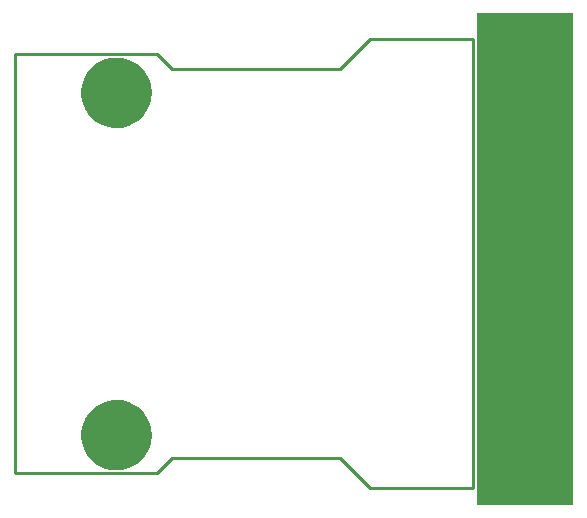
<source format=gko>
G04*
G04 #@! TF.GenerationSoftware,Altium Limited,Altium Designer,24.0.1 (36)*
G04*
G04 Layer_Color=16711935*
%FSLAX25Y25*%
%MOIN*%
G70*
G04*
G04 #@! TF.SameCoordinates,1973DDD8-50FA-473A-AABA-CD6713E7F6C3*
G04*
G04*
G04 #@! TF.FilePolarity,Positive*
G04*
G01*
G75*
%ADD13C,0.00984*%
%ADD40C,0.11811*%
%ADD41R,0.32480X1.64370*%
D13*
X152559Y-4921D02*
Y144685D01*
X0Y0D02*
Y139764D01*
Y0D02*
X47244D01*
X52165Y4921D01*
X108268D01*
X118110Y-4921D01*
X152559D01*
X118110Y144685D02*
X152559D01*
X108268Y134843D02*
X118110Y144685D01*
X52165Y134843D02*
X108268D01*
X47244Y139764D02*
X52165Y134843D01*
X0Y139764D02*
X47244D01*
D40*
X39370Y126969D02*
X39285Y127967D01*
X39033Y128936D01*
X38620Y129849D01*
X38059Y130678D01*
X37366Y131402D01*
X36561Y131997D01*
X35666Y132448D01*
X34709Y132741D01*
X33715Y132869D01*
X32714Y132826D01*
X31735Y132615D01*
X30806Y132242D01*
X29953Y131717D01*
X29201Y131055D01*
X28572Y130275D01*
X28083Y129401D01*
X27750Y128457D01*
X27580Y127469D01*
Y126468D01*
X27750Y125480D01*
X28083Y124536D01*
X28572Y123662D01*
X29201Y122882D01*
X29953Y122221D01*
X30806Y121695D01*
X31735Y121322D01*
X32714Y121111D01*
X33715Y121068D01*
X34709Y121196D01*
X35666Y121489D01*
X36561Y121940D01*
X37366Y122536D01*
X38059Y123259D01*
X38620Y124089D01*
X39033Y125001D01*
X39285Y125970D01*
X39370Y126969D01*
Y12795D02*
X39285Y13793D01*
X39033Y14763D01*
X38620Y15675D01*
X38059Y16505D01*
X37366Y17229D01*
X36561Y17824D01*
X35666Y18275D01*
X34709Y18568D01*
X33715Y18696D01*
X32714Y18653D01*
X31735Y18442D01*
X30806Y18068D01*
X29953Y17543D01*
X29201Y16882D01*
X28572Y16102D01*
X28083Y15228D01*
X27750Y14283D01*
X27580Y13296D01*
Y12295D01*
X27750Y11307D01*
X28083Y10363D01*
X28572Y9488D01*
X29201Y8709D01*
X29953Y8047D01*
X30806Y7522D01*
X31735Y7149D01*
X32714Y6938D01*
X33715Y6895D01*
X34709Y7022D01*
X35666Y7316D01*
X36561Y7767D01*
X37366Y8362D01*
X38059Y9085D01*
X38620Y9915D01*
X39033Y10828D01*
X39285Y11797D01*
X39370Y12795D01*
D41*
X169783Y71358D02*
D03*
M02*

</source>
